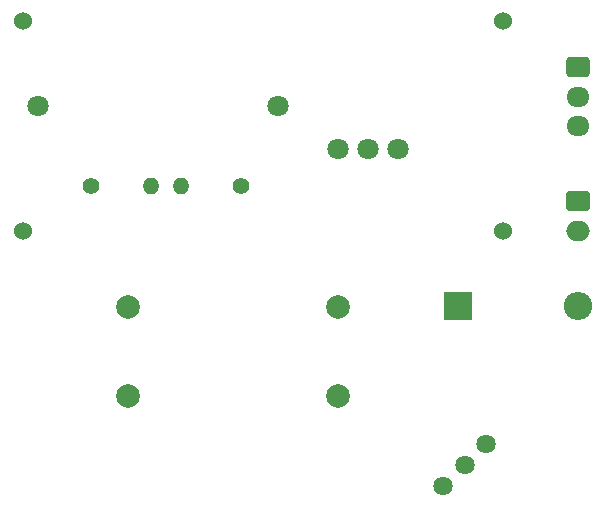
<source format=gbr>
%TF.GenerationSoftware,KiCad,Pcbnew,(6.0.5)*%
%TF.CreationDate,2022-10-17T22:26:45+09:00*%
%TF.ProjectId,kikker_PSU,6b696b6b-6572-45f5-9053-552e6b696361,rev?*%
%TF.SameCoordinates,Original*%
%TF.FileFunction,Soldermask,Top*%
%TF.FilePolarity,Negative*%
%FSLAX46Y46*%
G04 Gerber Fmt 4.6, Leading zero omitted, Abs format (unit mm)*
G04 Created by KiCad (PCBNEW (6.0.5)) date 2022-10-17 22:26:45*
%MOMM*%
%LPD*%
G01*
G04 APERTURE LIST*
G04 Aperture macros list*
%AMRoundRect*
0 Rectangle with rounded corners*
0 $1 Rounding radius*
0 $2 $3 $4 $5 $6 $7 $8 $9 X,Y pos of 4 corners*
0 Add a 4 corners polygon primitive as box body*
4,1,4,$2,$3,$4,$5,$6,$7,$8,$9,$2,$3,0*
0 Add four circle primitives for the rounded corners*
1,1,$1+$1,$2,$3*
1,1,$1+$1,$4,$5*
1,1,$1+$1,$6,$7*
1,1,$1+$1,$8,$9*
0 Add four rect primitives between the rounded corners*
20,1,$1+$1,$2,$3,$4,$5,0*
20,1,$1+$1,$4,$5,$6,$7,0*
20,1,$1+$1,$6,$7,$8,$9,0*
20,1,$1+$1,$8,$9,$2,$3,0*%
G04 Aperture macros list end*
%ADD10C,1.400000*%
%ADD11O,1.400000X1.400000*%
%ADD12C,1.800000*%
%ADD13RoundRect,0.250000X-0.750000X0.600000X-0.750000X-0.600000X0.750000X-0.600000X0.750000X0.600000X0*%
%ADD14O,2.000000X1.700000*%
%ADD15R,2.400000X2.400000*%
%ADD16O,2.400000X2.400000*%
%ADD17C,1.524000*%
%ADD18RoundRect,0.250000X-0.725000X0.600000X-0.725000X-0.600000X0.725000X-0.600000X0.725000X0.600000X0*%
%ADD19O,1.950000X1.700000*%
%ADD20C,1.635000*%
%ADD21C,2.000000*%
G04 APERTURE END LIST*
D10*
%TO.C,R2*%
X130180000Y-96520000D03*
D11*
X135260000Y-96520000D03*
%TD*%
D12*
%TO.C,Q1*%
X151130000Y-93401000D03*
X153670000Y-93401000D03*
X156210000Y-93401000D03*
%TD*%
D13*
%TO.C,J1*%
X171450000Y-97790000D03*
D14*
X171450000Y-100290000D03*
%TD*%
D10*
%TO.C,R3*%
X142880000Y-96520000D03*
D11*
X137800000Y-96520000D03*
%TD*%
D15*
%TO.C,D1*%
X161290000Y-106680000D03*
D16*
X171450000Y-106680000D03*
%TD*%
D17*
%TO.C,U1*%
X165100000Y-100330000D03*
X165100000Y-82550000D03*
X124460000Y-100330000D03*
X124460000Y-82550000D03*
%TD*%
D12*
%TO.C,R4*%
X125730000Y-89757500D03*
X146050000Y-89757500D03*
%TD*%
D18*
%TO.C,J2*%
X171450000Y-86440000D03*
D19*
X171450000Y-88940000D03*
X171450000Y-91440000D03*
%TD*%
D20*
%TO.C,SW1*%
X160020000Y-121920000D03*
X161816051Y-120123949D03*
X163612102Y-118327898D03*
%TD*%
D21*
%TO.C,C1*%
X133350000Y-106740000D03*
X133350000Y-114240000D03*
%TD*%
%TO.C,C2*%
X151130000Y-106740000D03*
X151130000Y-114240000D03*
%TD*%
M02*

</source>
